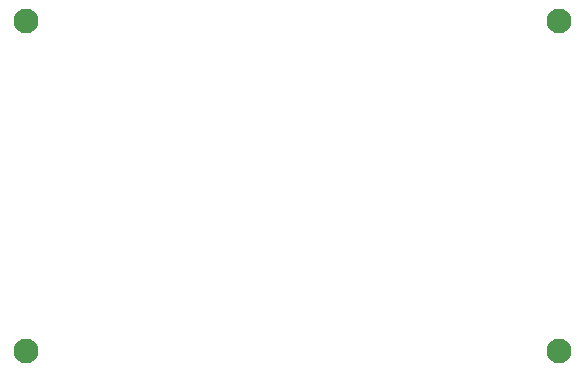
<source format=gbr>
%TF.GenerationSoftware,KiCad,Pcbnew,8.0.7*%
%TF.CreationDate,2025-02-10T19:55:48+01:00*%
%TF.ProjectId,0004-MCU-Datalogger,30303034-2d4d-4435-952d-446174616c6f,1*%
%TF.SameCoordinates,Original*%
%TF.FileFunction,NonPlated,1,2,NPTH,Drill*%
%TF.FilePolarity,Positive*%
%FSLAX46Y46*%
G04 Gerber Fmt 4.6, Leading zero omitted, Abs format (unit mm)*
G04 Created by KiCad (PCBNEW 8.0.7) date 2025-02-10 19:55:48*
%MOMM*%
%LPD*%
G01*
G04 APERTURE LIST*
%TA.AperFunction,ComponentDrill*%
%ADD10C,2.100000*%
%TD*%
G04 APERTURE END LIST*
D10*
%TO.C,H1*%
X122555000Y-59690000D03*
%TO.C,H2*%
X122555000Y-87630000D03*
%TO.C,H3*%
X167640000Y-59690000D03*
%TO.C,H4*%
X167640000Y-87630000D03*
M02*

</source>
